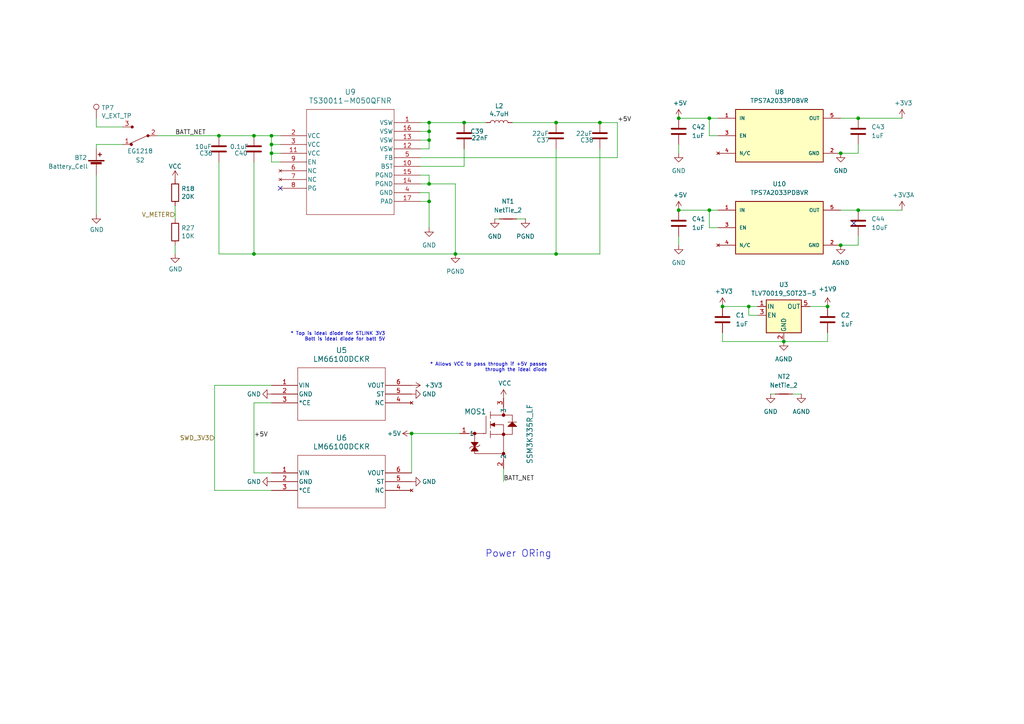
<source format=kicad_sch>
(kicad_sch (version 20250114) (generator "eeschema") (generator_version "9.0")
  (paper "A4")
  (lib_symbols
    (symbol "Connector:TestPoint" (pin_numbers (hide yes)) (pin_names (offset 0.762) (hide yes))
      (property "Reference" "TP" (at 0 6.858 0))
      (property "Value" "TestPoint" (at 0 5.08 0))
      (symbol "TestPoint_0_1"
        (circle (center 0 3.302) (radius 0.762))
      )
      (symbol "TestPoint_1_1"
        (pin passive line (at 0 0 90) (length 2.54) (name "1") (number "1"))
      )
    )
    (symbol "DCK6_TEX:LM66100DCKR" (pin_names (offset 0.254))
      (property "Reference" "U" (at 20.32 10.16 0))
      (property "Value" "LM66100DCKR" (at 20.32 7.62 0))
      (symbol "LM66100DCKR_0_1"
        (polyline (pts (xy 7.62 5.08) (xy 7.62 -10.16)) (stroke (width 0.127)))
        (polyline (pts (xy 7.62 -10.16) (xy 33.02 -10.16)) (stroke (width 0.127)))
        (polyline (pts (xy 33.02 5.08) (xy 7.62 5.08)) (stroke (width 0.127)))
        (polyline (pts (xy 33.02 -10.16) (xy 33.02 5.08)) (stroke (width 0.127)))
        (pin input line (at 0 0 0) (length 7.62) (name "VIN") (number "1"))
        (pin power_in line (at 0 -2.54 0) (length 7.62) (name "GND") (number "2"))
        (pin input line (at 0 -5.08 0) (length 7.62) (name "*CE") (number "3"))
        (pin output line (at 40.64 0 180) (length 7.62) (name "VOUT") (number "6"))
        (pin output line (at 40.64 -2.54 180) (length 7.62) (name "ST") (number "5"))
        (pin no_connect line (at 40.64 -5.08 180) (length 7.62) (name "NC") (number "4"))
      )
    )
    (symbol "Device:C" (pin_numbers (hide yes)) (pin_names (offset 0.254))
      (property "Reference" "C" (at 0.635 2.54 0))
      (property "Value" "C" (at 0.635 -2.54 0))
      (symbol "C_0_1"
        (polyline (pts (xy -2.032 0.762) (xy 2.032 0.762)) (stroke (width 0.508)))
        (polyline (pts (xy -2.032 -0.762) (xy 2.032 -0.762)) (stroke (width 0.508)))
      )
      (symbol "C_1_1"
        (pin passive line (at 0 3.81 270) (length 2.794) (name "~") (number "1"))
        (pin passive line (at 0 -3.81 90) (length 2.794) (name "~") (number "2"))
      )
    )
    (symbol "Device:L" (pin_numbers (hide yes)) (pin_names (offset 1.016) (hide yes))
      (property "Reference" "L" (at -1.27 0 90))
      (property "Value" "L" (at 1.905 0 90))
      (symbol "L_0_1"
        (arc (start 0 2.54) (mid 0.6323 1.905) (end 0 1.27))
        (arc (start 0 1.27) (mid 0.6323 0.635) (end 0 0))
        (arc (start 0 0) (mid 0.6323 -0.635) (end 0 -1.27))
        (arc (start 0 -1.27) (mid 0.6323 -1.905) (end 0 -2.54))
      )
      (symbol "L_1_1"
        (pin passive line (at 0 3.81 270) (length 1.27) (name "1") (number "1"))
        (pin passive line (at 0 -3.81 90) (length 1.27) (name "2") (number "2"))
      )
    )
    (symbol "Device:NetTie_2" (pin_numbers (hide yes)) (pin_names (offset 0) (hide yes)) (in_bom no)
      (property "Reference" "NT" (at 0 1.27 0))
      (property "Value" "NetTie_2" (at 0 -1.27 0))
      (symbol "NetTie_2_0_1"
        (polyline (pts (xy -1.27 0) (xy 1.27 0)) (stroke (width 0.254)))
      )
      (symbol "NetTie_2_1_1"
        (pin passive line (at -2.54 0 0) (length 2.54) (name "1") (number "1"))
        (pin passive line (at 2.54 0 180) (length 2.54) (name "2") (number "2"))
      )
    )
    (symbol "Device:R" (pin_numbers (hide yes)) (pin_names (offset 0))
      (property "Reference" "R" (at 2.032 0 90))
      (property "Value" "R" (at 0 0 90))
      (symbol "R_0_1"
        (rectangle (start -1.016 -2.54) (end 1.016 2.54) (stroke (width 0.254)))
      )
      (symbol "R_1_1"
        (pin passive line (at 0 3.81 270) (length 1.27) (name "~") (number "1"))
        (pin passive line (at 0 -3.81 90) (length 1.27) (name "~") (number "2"))
      )
    )
    (symbol "GND_1" (power) (pin_numbers (hide yes)) (pin_names (offset 0) (hide yes))
      (property "Value" "GND" (at 0 -3.81 0))
      (symbol "GND_1_0_1"
        (polyline (pts (xy 0 0) (xy 0 -1.27) (xy 1.27 -1.27) (xy 0 -2.54) (xy -1.27 -1.27) (xy 0 -1.27)))
      )
      (symbol "GND_1_1_1"
        (pin power_in line (at 0 0 270) (length 0) (name "~") (number "1"))
      )
    )
    (symbol "Regulator_Linear:TLV70019_SOT23-5" (pin_names (offset 0.254))
      (property "Reference" "U" (at -3.81 5.715 0))
      (property "Value" "TLV70019_SOT23-5" (at 0 5.715 0))
      (symbol "TLV70019_SOT23-5_0_1"
        (rectangle (start -5.08 4.445) (end 5.08 -5.08) (stroke (width 0.254)) (fill (type background)))
      )
      (symbol "TLV70019_SOT23-5_1_1"
        (pin power_in line (at -7.62 2.54 0) (length 2.54) (name "IN") (number "1"))
        (pin input line (at -7.62 0 0) (length 2.54) (name "EN") (number "3"))
        (pin power_in line (at 0 -7.62 90) (length 2.54) (name "GND") (number "2"))
        (pin no_connect line (at 5.08 0 180) (length 2.54) (hide yes) (name "NC") (number "4"))
        (pin power_out line (at 7.62 2.54 180) (length 2.54) (name "OUT") (number "5"))
      )
    )
    (symbol "SSM3K3335R:SSM3K335R_LF" (pin_names (offset 0.254))
      (property "Reference" "MOSFET" (at 0 0 0))
      (property "Value" "SSM3K335R_LF" (at 0 0 0))
      (symbol "SSM3K335R_LF_0_1"
        (polyline (pts (xy 0 -7.62) (xy 4.572 -7.62)) (stroke (width 0.1524)))
        (polyline (pts (xy 0.762 -10.16) (xy 1.778 -11.43)) (stroke (width 0.1524)))
        (polyline (pts (xy 0.762 -10.16) (xy 1.778 -11.43) (xy 0.762 -12.7) (xy 2.794 -12.7) (xy 1.778 -11.43) (xy 2.794 -10.16)) (fill (type outline)))
        (polyline (pts (xy 0.762 -11.43) (xy 0.254 -11.938)) (stroke (width 0.1524)))
        (polyline (pts (xy 0.762 -11.43) (xy 2.794 -11.43)) (stroke (width 0.1524)))
        (polyline (pts (xy 0.762 -12.7) (xy 2.794 -12.7)) (stroke (width 0.1524)))
        (polyline (pts (xy 1.778 -7.62) (xy 1.778 -10.16)) (stroke (width 0.1524)))
        (circle (center 1.778 -7.62) (radius 0.254) (stroke (width 0.508)))
        (polyline (pts (xy 1.778 -11.43) (xy 0.762 -12.7)) (stroke (width 0.1524)))
        (polyline (pts (xy 1.778 -11.43) (xy 2.794 -10.16)) (stroke (width 0.1524)))
        (polyline (pts (xy 1.778 -12.7) (xy 1.778 -13.462)) (stroke (width 0.1524)))
        (polyline (pts (xy 1.778 -13.462) (xy 10.16 -13.462)) (stroke (width 0.1524)))
        (polyline (pts (xy 2.794 -10.16) (xy 0.762 -10.16)) (stroke (width 0.1524)))
        (polyline (pts (xy 2.794 -11.43) (xy 3.302 -10.922)) (stroke (width 0.1524)))
        (polyline (pts (xy 2.794 -12.7) (xy 1.778 -11.43)) (stroke (width 0.1524)))
        (polyline (pts (xy 5.08 -7.62) (xy 4.318 -7.62)) (stroke (width 0.1524)))
        (polyline (pts (xy 5.08 -7.62) (xy 5.08 -2.54)) (stroke (width 0.1524)))
        (polyline (pts (xy 6.35 -3.302) (xy 6.35 -1.27)) (stroke (width 0.1524)))
        (polyline (pts (xy 6.35 -5.08) (xy 7.62 -4.572)) (stroke (width 0.1524)))
        (polyline (pts (xy 6.35 -6.096) (xy 6.35 -4.064)) (stroke (width 0.1524)))
        (polyline (pts (xy 6.35 -7.874) (xy 12.7 -7.874)) (stroke (width 0.1524)))
        (polyline (pts (xy 6.35 -8.89) (xy 6.35 -6.858)) (stroke (width 0.1524)))
        (polyline (pts (xy 7.62 -4.572) (xy 7.62 -5.588)) (stroke (width 0.1524)))
        (polyline (pts (xy 7.62 -4.572) (xy 6.35 -5.08) (xy 7.62 -5.588)) (fill (type outline)))
        (polyline (pts (xy 7.62 -5.08) (xy 10.16 -5.08)) (stroke (width 0.1524)))
        (polyline (pts (xy 7.62 -5.588) (xy 6.35 -5.08)) (stroke (width 0.1524)))
        (polyline (pts (xy 10.16 0) (xy 10.16 -2.286)) (stroke (width 0.1524)))
        (circle (center 10.16 -2.286) (radius 0.254) (stroke (width 0.508)))
        (polyline (pts (xy 10.16 -5.08) (xy 10.16 -15.24)) (stroke (width 0.1524)))
        (circle (center 10.16 -7.874) (radius 0.254) (stroke (width 0.508)))
        (circle (center 10.16 -13.462) (radius 0.254) (stroke (width 0.508)))
        (polyline (pts (xy 11.43 -4.318) (xy 13.97 -4.318)) (stroke (width 0.1524)))
        (polyline (pts (xy 11.43 -5.588) (xy 13.97 -5.588)) (stroke (width 0.1524)))
        (polyline (pts (xy 12.7 -2.286) (xy 6.35 -2.286)) (stroke (width 0.1524)))
        (polyline (pts (xy 12.7 -4.318) (xy 11.43 -5.588)) (stroke (width 0.1524)))
        (polyline (pts (xy 12.7 -4.318) (xy 12.7 -2.286)) (stroke (width 0.1524)))
        (polyline (pts (xy 12.7 -4.318) (xy 11.43 -5.588) (xy 13.97 -5.588)) (fill (type outline)))
        (polyline (pts (xy 12.7 -7.874) (xy 12.7 -5.588)) (stroke (width 0.1524)))
        (polyline (pts (xy 13.97 -5.588) (xy 12.7 -4.318)) (stroke (width 0.1524)))
        (pin unspecified line (at -2.54 -7.62 0) (length 2.54) (name "1") (number "1"))
        (pin unspecified line (at 10.16 2.54 270) (length 2.54) (name "3") (number "3"))
        (pin unspecified line (at 10.16 -17.78 90) (length 2.54) (name "2") (number "2"))
      )
    )
    (symbol "TPS7A2033PDBVR:TPS7A2033PDBVR" (pin_names (offset 1.016))
      (property "Reference" "U" (at -12.7 8.382 0))
      (property "Value" "TPS7A2033PDBVR" (at -12.7 -10.16 0))
      (symbol "TPS7A2033PDBVR_0_0"
        (rectangle (start -12.7 -7.62) (end 12.7 7.62) (stroke (width 0.254)) (fill (type background)))
        (pin input line (at -17.78 5.08 0) (length 5.08) (name "IN") (number "1"))
        (pin input line (at -17.78 0 0) (length 5.08) (name "EN") (number "3"))
        (pin no_connect line (at -17.78 -5.08 0) (length 5.08) (name "N/C") (number "4"))
        (pin output line (at 17.78 5.08 180) (length 5.08) (name "OUT") (number "5"))
        (pin power_in line (at 17.78 -5.08 180) (length 5.08) (name "GND") (number "2"))
      )
    )
    (symbol "TS30011-M050QFNR:TS30011-M050QFNR" (pin_names (offset 0.254))
      (property "Reference" "U" (at 20.32 10.16 0))
      (property "Value" "TS30011-M050QFNR" (at 20.32 7.62 0))
      (symbol "TS30011-M050QFNR_0_1"
        (polyline (pts (xy 7.62 5.08) (xy 7.62 -25.4)) (stroke (width 0.127)))
        (polyline (pts (xy 7.62 -25.4) (xy 33.02 -25.4)) (stroke (width 0.127)))
        (polyline (pts (xy 33.02 5.08) (xy 7.62 5.08)) (stroke (width 0.127)))
        (polyline (pts (xy 33.02 -25.4) (xy 33.02 5.08)) (stroke (width 0.127)))
        (pin power_in line (at 0 -2.54 0) (length 7.62) (name "VCC") (number "2"))
        (pin power_in line (at 0 -5.08 0) (length 7.62) (name "VCC") (number "3"))
        (pin power_in line (at 0 -7.62 0) (length 7.62) (name "VCC") (number "11"))
        (pin input line (at 0 -10.16 0) (length 7.62) (name "EN") (number "9"))
        (pin no_connect line (at 0 -12.7 0) (length 7.62) (name "NC") (number "6"))
        (pin no_connect line (at 0 -15.24 0) (length 7.62) (name "NC") (number "7"))
        (pin output line (at 0 -17.78 0) (length 7.62) (name "PG") (number "8"))
        (pin unspecified line (at 40.64 -1.27 180) (length 7.62) (name "VSW") (number "16"))
        (pin unspecified line (at 40.64 -3.81 180) (length 7.62) (name "VSW") (number "13"))
        (pin unspecified line (at 40.64 -6.35 180) (length 7.62) (name "VSW") (number "12"))
        (pin input line (at 40.64 -8.89 180) (length 7.62) (name "FB") (number "5"))
        (pin power_out line (at 40.64 -13.97 180) (length 7.62) (name "PGND") (number "15"))
        (pin power_out line (at 40.64 -16.51 180) (length 7.62) (name "PGND") (number "14"))
        (pin power_out line (at 40.64 -19.05 180) (length 7.62) (name "GND") (number "4"))
        (pin power_out line (at 40.64 -21.59 180) (length 7.62) (name "PAD") (number "17"))
      )
      (symbol "TS30011-M050QFNR_1_1"
        (pin unspecified line (at 40.64 1.27 180) (length 7.62) (name "VSW") (number "1"))
        (pin unspecified line (at 40.64 -11.43 180) (length 7.62) (name "BST") (number "10"))
      )
    )
    (symbol "bloo-rescue:Battery_Cell-Device-mouse_v2-rescue" (pin_numbers (hide yes)) (pin_names (offset 0) (hide yes))
      (property "Reference" "BT" (at 2.54 2.54 0))
      (property "Value" "Battery_Cell-Device-mouse_v2-rescue" (at 2.54 0 0))
      (symbol "Battery_Cell-Device-mouse_v2-rescue_0_1"
        (rectangle (start -2.286 1.778) (end 2.286 1.524) (fill (type outline)))
        (rectangle (start -1.5748 1.1938) (end 1.4732 0.6858) (fill (type outline)))
        (polyline (pts (xy 0 1.778) (xy 0 2.54)))
        (polyline (pts (xy 0 0.762) (xy 0 0)))
        (polyline (pts (xy 0.508 3.429) (xy 1.524 3.429)) (stroke (width 0.254)))
        (polyline (pts (xy 1.016 3.937) (xy 1.016 2.921)) (stroke (width 0.254)))
      )
      (symbol "Battery_Cell-Device-mouse_v2-rescue_1_1"
        (pin passive line (at 0 5.08 270) (length 2.54) (name "+") (number "1"))
        (pin passive line (at 0 -2.54 90) (length 2.54) (name "-") (number "2"))
      )
    )
    (symbol "bloo-rescue:EG1218-dk_Slide-Switches-mouse-rescue" (pin_names (offset 0))
      (property "Reference" "S" (at -3.81 2.286 0))
      (property "Value" "EG1218-dk_Slide-Switches-mouse-rescue" (at 0 -5.334 0))
      (symbol "EG1218-dk_Slide-Switches-mouse-rescue_0_1"
        (circle (center -2.286 0) (radius 0.3556) (fill (type outline)))
        (polyline (pts (xy -2.032 0) (xy 3.048 2.286)))
        (circle (center 2.286 -2.54) (radius 0.3556) (fill (type outline)))
        (circle (center 2.54 2.54) (radius 0.3556) (fill (type outline)))
      )
      (symbol "EG1218-dk_Slide-Switches-mouse-rescue_1_1"
        (pin passive line (at -5.08 0 0) (length 2.54) (name "~") (number "2"))
        (pin passive line (at 5.08 2.54 180) (length 2.54) (name "~") (number "1"))
        (pin passive line (at 5.08 -2.54 180) (length 2.54) (name "~") (number "3"))
      )
    )
    (symbol "power:+1V8" (power) (pin_numbers (hide yes)) (pin_names (offset 0) (hide yes))
      (property "Value" "+1V8" (at 0 3.556 0))
      (symbol "+1V8_0_1"
        (polyline (pts (xy -0.762 1.27) (xy 0 2.54)))
        (polyline (pts (xy 0 2.54) (xy 0.762 1.27)))
        (polyline (pts (xy 0 0) (xy 0 2.54)))
      )
      (symbol "+1V8_1_1"
        (pin power_in line (at 0 0 90) (length 0) (name "~") (number "1"))
      )
    )
    (symbol "power:+3V3" (power) (pin_names (offset 0))
      (property "Value" "+3V3" (at 0 3.556 0))
      (symbol "+3V3_0_1"
        (polyline (pts (xy -0.762 1.27) (xy 0 2.54)))
        (polyline (pts (xy 0 2.54) (xy 0.762 1.27)))
        (polyline (pts (xy 0 0) (xy 0 2.54)))
      )
      (symbol "+3V3_1_1"
        (pin power_in line (at 0 0 90) (length 0) (hide yes) (name "+3V3") (number "1"))
      )
    )
    (symbol "power:+5V" (power) (pin_names (offset 0))
      (property "Value" "+5V" (at 0 3.556 0))
      (symbol "+5V_0_1"
        (polyline (pts (xy -0.762 1.27) (xy 0 2.54)))
        (polyline (pts (xy 0 2.54) (xy 0.762 1.27)))
        (polyline (pts (xy 0 0) (xy 0 2.54)))
      )
      (symbol "+5V_1_1"
        (pin power_in line (at 0 0 90) (length 0) (hide yes) (name "+5V") (number "1"))
      )
    )
    (symbol "power:GND" (power) (pin_names (offset 0))
      (property "Value" "GND" (at 0 -3.81 0))
      (symbol "GND_0_1"
        (polyline (pts (xy 0 0) (xy 0 -1.27) (xy 1.27 -1.27) (xy 0 -2.54) (xy -1.27 -1.27) (xy 0 -1.27)))
      )
      (symbol "GND_1_1"
        (pin power_in line (at 0 0 270) (length 0) (hide yes) (name "GND") (number "1"))
      )
    )
    (symbol "power:GND1" (power) (pin_numbers (hide yes)) (pin_names (offset 0) (hide yes))
      (property "Value" "GND1" (at 0 -3.81 0))
      (symbol "GND1_0_1"
        (polyline (pts (xy 0 0) (xy 0 -1.27) (xy 1.27 -1.27) (xy 0 -2.54) (xy -1.27 -1.27) (xy 0 -1.27)))
      )
      (symbol "GND1_1_1"
        (pin power_in line (at 0 0 270) (length 0) (name "~") (number "1"))
      )
    )
    (symbol "power:VCC" (power) (pin_names (offset 0))
      (property "Value" "VCC" (at 0 3.81 0))
      (symbol "VCC_0_1"
        (polyline (pts (xy -0.762 1.27) (xy 0 2.54)))
        (polyline (pts (xy 0 2.54) (xy 0.762 1.27)))
        (polyline (pts (xy 0 0) (xy 0 2.54)))
      )
      (symbol "VCC_1_1"
        (pin power_in line (at 0 0 90) (length 0) (hide yes) (name "VCC") (number "1"))
      )
    )
  )
  (text "Power ORing\n\n" (at 160.02 165.1 0) (effects (font (size 2.0066 2.0066)) (justify right bottom)))
  (text "* Top is ideal diode for STLINK 3V3\nBott is ideal diode for batt 5V" (at 111.76 99.06 0) (effects (font (size 0.9906 0.9906)) (justify right bottom)))
  (text "* Allows VCC to pass through if +5V passes\nthrough the ideal diode" (at 158.75 107.95 0) (effects (font (size 0.9906 0.9906)) (justify right bottom)))
  (junction (at 196.85 34.29))
  (junction (at 196.85 60.96))
  (junction (at 124.46 35.56))
  (junction (at 124.46 38.1))
  (junction (at 119.38 125.73))
  (junction (at 161.29 35.56))
  (junction (at 124.46 58.42))
  (junction (at 134.62 35.56))
  (junction (at 240.03 88.9))
  (junction (at 217.17 88.9))
  (junction (at 63.5 39.37))
  (junction (at 124.46 53.34))
  (junction (at 248.92 60.96))
  (junction (at 161.29 73.66))
  (junction (at 227.33 99.06))
  (junction (at 78.74 44.45))
  (junction (at 73.66 39.37))
  (junction (at 124.46 40.64))
  (junction (at 205.74 60.96))
  (junction (at 209.55 88.9))
  (junction (at 78.74 41.91))
  (junction (at 132.08 73.66))
  (junction (at 173.99 35.56))
  (junction (at 248.92 34.29))
  (junction (at 73.66 73.66))
  (junction (at 205.74 34.29))
  (junction (at 78.74 39.37))
  (junction (at 243.84 44.45))
  (junction (at 243.84 71.12))
  (no_connect (at 247.65 64.77))
  (no_connect (at 81.28 54.61))
  (wire (pts (xy 232.41 114.3) (xy 229.87 114.3)))
  (wire (pts (xy 73.66 39.37) (xy 78.74 39.37)))
  (wire (pts (xy 240.03 99.06) (xy 227.33 99.06)))
  (wire (pts (xy 35.56 41.91) (xy 27.94 41.91)))
  (wire (pts (xy 121.92 50.8) (xy 124.46 50.8)))
  (wire (pts (xy 63.5 73.66) (xy 73.66 73.66)))
  (wire (pts (xy 81.28 41.91) (xy 78.74 41.91)))
  (wire (pts (xy 208.28 39.37) (xy 205.74 39.37)))
  (wire (pts (xy 208.28 66.04) (xy 205.74 66.04)))
  (wire (pts (xy 143.51 63.5) (xy 144.78 63.5)))
  (wire (pts (xy 121.92 53.34) (xy 124.46 53.34)))
  (wire (pts (xy 27.94 36.83) (xy 27.94 34.29)))
  (wire (pts (xy 173.99 73.66) (xy 161.29 73.66)))
  (wire (pts (xy 119.38 125.73) (xy 133.35 125.73)))
  (wire (pts (xy 121.92 40.64) (xy 124.46 40.64)))
  (wire (pts (xy 121.92 38.1) (xy 124.46 38.1)))
  (wire (pts (xy 205.74 60.96) (xy 208.28 60.96)))
  (wire (pts (xy 50.8 59.69) (xy 50.8 63.5)))
  (wire (pts (xy 196.85 41.91) (xy 196.85 44.45)))
  (wire (pts (xy 146.05 139.7) (xy 146.05 135.89)))
  (wire (pts (xy 50.8 71.12) (xy 50.8 73.66)))
  (wire (pts (xy 134.62 43.18) (xy 134.62 48.26)))
  (wire (pts (xy 81.28 44.45) (xy 78.74 44.45)))
  (wire (pts (xy 45.72 39.37) (xy 63.5 39.37)))
  (wire (pts (xy 62.23 111.76) (xy 62.23 142.24)))
  (wire (pts (xy 248.92 68.58) (xy 248.92 71.12)))
  (wire (pts (xy 196.85 34.29) (xy 205.74 34.29)))
  (wire (pts (xy 217.17 88.9) (xy 219.71 88.9)))
  (wire (pts (xy 223.52 114.3) (xy 224.79 114.3)))
  (wire (pts (xy 161.29 73.66) (xy 132.08 73.66)))
  (wire (pts (xy 179.07 45.72) (xy 179.07 35.56)))
  (wire (pts (xy 124.46 55.88) (xy 124.46 58.42)))
  (wire (pts (xy 73.66 46.99) (xy 73.66 73.66)))
  (wire (pts (xy 124.46 58.42) (xy 124.46 66.04)))
  (wire (pts (xy 124.46 38.1) (xy 124.46 35.56)))
  (wire (pts (xy 240.03 88.9) (xy 234.95 88.9)))
  (wire (pts (xy 161.29 43.18) (xy 161.29 73.66)))
  (wire (pts (xy 121.92 45.72) (xy 179.07 45.72)))
  (wire (pts (xy 248.92 34.29) (xy 261.62 34.29)))
  (wire (pts (xy 73.66 116.84) (xy 73.66 137.16)))
  (wire (pts (xy 196.85 71.12) (xy 196.85 68.58)))
  (wire (pts (xy 121.92 58.42) (xy 124.46 58.42)))
  (wire (pts (xy 205.74 39.37) (xy 205.74 34.29)))
  (wire (pts (xy 63.5 39.37) (xy 73.66 39.37)))
  (wire (pts (xy 78.74 41.91) (xy 78.74 44.45)))
  (wire (pts (xy 78.74 39.37) (xy 81.28 39.37)))
  (wire (pts (xy 35.56 36.83) (xy 27.94 36.83)))
  (wire (pts (xy 124.46 50.8) (xy 124.46 53.34)))
  (wire (pts (xy 205.74 66.04) (xy 205.74 60.96)))
  (wire (pts (xy 209.55 88.9) (xy 217.17 88.9)))
  (wire (pts (xy 62.23 142.24) (xy 78.74 142.24)))
  (wire (pts (xy 121.92 43.18) (xy 124.46 43.18)))
  (wire (pts (xy 196.85 60.96) (xy 205.74 60.96)))
  (wire (pts (xy 209.55 99.06) (xy 227.33 99.06)))
  (wire (pts (xy 27.94 50.8) (xy 27.94 62.23)))
  (wire (pts (xy 124.46 43.18) (xy 124.46 40.64)))
  (wire (pts (xy 134.62 48.26) (xy 121.92 48.26)))
  (wire (pts (xy 27.94 41.91) (xy 27.94 43.18)))
  (wire (pts (xy 124.46 40.64) (xy 124.46 38.1)))
  (wire (pts (xy 243.84 60.96) (xy 248.92 60.96)))
  (wire (pts (xy 73.66 137.16) (xy 78.74 137.16)))
  (wire (pts (xy 173.99 35.56) (xy 179.07 35.56)))
  (wire (pts (xy 124.46 35.56) (xy 134.62 35.56)))
  (wire (pts (xy 248.92 71.12) (xy 243.84 71.12)))
  (wire (pts (xy 134.62 35.56) (xy 140.97 35.56)))
  (wire (pts (xy 152.4 63.5) (xy 149.86 63.5)))
  (wire (pts (xy 248.92 60.96) (xy 261.62 60.96)))
  (wire (pts (xy 121.92 35.56) (xy 124.46 35.56)))
  (wire (pts (xy 119.38 125.73) (xy 119.38 137.16)))
  (wire (pts (xy 248.92 41.91) (xy 248.92 44.45)))
  (wire (pts (xy 62.23 111.76) (xy 78.74 111.76)))
  (wire (pts (xy 243.84 34.29) (xy 248.92 34.29)))
  (wire (pts (xy 132.08 53.34) (xy 132.08 73.66)))
  (wire (pts (xy 148.59 35.56) (xy 161.29 35.56)))
  (wire (pts (xy 209.55 99.06) (xy 209.55 96.52)))
  (wire (pts (xy 73.66 116.84) (xy 78.74 116.84)))
  (wire (pts (xy 217.17 91.44) (xy 217.17 88.9)))
  (wire (pts (xy 121.92 55.88) (xy 124.46 55.88)))
  (wire (pts (xy 173.99 43.18) (xy 173.99 73.66)))
  (wire (pts (xy 248.92 44.45) (xy 243.84 44.45)))
  (wire (pts (xy 81.28 46.99) (xy 78.74 46.99)))
  (wire (pts (xy 219.71 91.44) (xy 217.17 91.44)))
  (wire (pts (xy 240.03 96.52) (xy 240.03 99.06)))
  (wire (pts (xy 205.74 34.29) (xy 208.28 34.29)))
  (wire (pts (xy 63.5 46.99) (xy 63.5 73.66)))
  (wire (pts (xy 73.66 73.66) (xy 132.08 73.66)))
  (wire (pts (xy 124.46 53.34) (xy 132.08 53.34)))
  (wire (pts (xy 78.74 44.45) (xy 78.74 46.99)))
  (wire (pts (xy 78.74 41.91) (xy 78.74 39.37)))
  (wire (pts (xy 161.29 35.56) (xy 173.99 35.56)))
  (label "BATT_NET" (at 146.05 139.7 0))
  (label "BATT_NET" (at 50.8 39.37 0))
  (label "+5V" (at 179.07 35.56 0))
  (label "+5V" (at 73.66 127 0))
  (hierarchical_label "V_METER" (shape input) (at 50.8 62.23 180))
  (hierarchical_label "SWD_3V3" (shape input) (at 62.23 127 180))
  (symbol (lib_id "Connector:TestPoint") (at 27.94 34.29 0) (unit 1)
    (property "Reference" "TP7" (at 29.4132 31.2928 0) (effects (justify left)))
    (property "Value" "V_EXT_TP" (at 29.4132 33.6042 0) (effects (justify left)))
    (property "Footprint" "Connector_PinHeader_2.54mm:PinHeader_1x01_P2.54mm_Vertical" (effects (hide yes)))
  )
  (symbol (lib_name "GND_1") (lib_id "power:GND") (at 196.85 71.12 0) (unit 1)
    (property "Reference" "#PWR044" (effects (hide yes)))
    (property "Value" "GND" (at 196.85 76.2 0))
    (property "Description" "Power symbol creates a global label with name \"GND\" , ground" (effects (hide yes)))
  )
  (symbol (lib_name "GND_1") (lib_id "power:GND") (at 243.84 44.45 0) (unit 1)
    (property "Reference" "#PWR040" (effects (hide yes)))
    (property "Value" "GND" (at 243.84 49.53 0))
    (property "Description" "Power symbol creates a global label with name \"GND\" , ground" (effects (hide yes)))
  )
  (symbol (lib_id "Device:C") (at 196.85 38.1 0) (unit 1)
    (property "Reference" "C42" (at 200.66 36.8299 0) (effects (justify left)))
    (property "Value" "1uF" (at 200.66 39.3699 0) (effects (justify left)))
    (property "Footprint" "Capacitor_SMD:C_0603_1608Metric_Pad1.08x0.95mm_HandSolder" (effects (hide yes)))
    (property "Datasheet" "https://www.digikey.com/en/products/detail/samsung-electro-mechanics/CL10B105KP8NNNC/3887604" (effects (hide yes)))
    (property "Description" "Unpolarized capacitor" (effects (hide yes)))
  )
  (symbol (lib_id "power:GND") (at 119.38 139.7 90) (unit 1)
    (property "Reference" "#PWR014" (effects (hide yes)))
    (property "Value" "GND" (at 124.46 139.7 90))
  )
  (symbol (lib_id "Device:NetTie_2") (at 147.32 63.5 0) (unit 1) (in_bom no)
    (property "Reference" "NT1" (at 147.32 58.42 0))
    (property "Value" "NetTie_2" (at 147.32 60.96 0))
    (property "Footprint" "NetTie:NetTie-2_SMD_Pad0.5mm" (effects (hide yes)))
    (property "Description" "Net tie, 2 pins" (effects (hide yes)))
  )
  (symbol (lib_id "Device:NetTie_2") (at 227.33 114.3 0) (unit 1) (in_bom no)
    (property "Reference" "NT2" (at 227.33 109.22 0))
    (property "Value" "NetTie_2" (at 227.33 111.76 0))
    (property "Footprint" "NetTie:NetTie-2_SMD_Pad0.5mm" (effects (hide yes)))
    (property "Description" "Net tie, 2 pins" (effects (hide yes)))
  )
  (symbol (lib_id "power:VCC") (at 50.8 52.07 0) (unit 1)
    (property "Reference" "#PWR034" (effects (hide yes)))
    (property "Value" "VCC" (at 50.8 48.26 0))
  )
  (symbol (lib_id "Device:C") (at 248.92 64.77 0) (unit 1)
    (property "Reference" "C44" (at 252.73 63.4999 0) (effects (justify left)))
    (property "Value" "10uF" (at 252.73 66.0399 0) (effects (justify left)))
    (property "Footprint" "Capacitor_SMD:C_0603_1608Metric_Pad1.08x0.95mm_HandSolder" (effects (hide yes)))
    (property "Datasheet" "https://www.digikey.com/en/products/detail/samsung-electro-mechanics/CL10A106KP8NNNC/3886850" (effects (hide yes)))
    (property "Description" "Unpolarized capacitor" (effects (hide yes)))
  )
  (symbol (lib_id "power:GND") (at 50.8 73.66 0) (unit 1)
    (property "Reference" "#PWR035" (effects (hide yes)))
    (property "Value" "GND" (at 50.927 78.0542 0))
  )
  (symbol (lib_name "GND_1") (lib_id "power:GND") (at 232.41 114.3 0) (unit 1)
    (property "Reference" "#PWR047" (effects (hide yes)))
    (property "Value" "AGND" (at 232.41 119.38 0))
    (property "Description" "Power symbol creates a global label with name \"GND\" , ground" (effects (hide yes)))
  )
  (symbol (lib_id "Device:L") (at 144.78 35.56 90) (unit 1)
    (property "Reference" "L2" (at 144.78 30.734 90))
    (property "Value" "4.7uH" (at 144.78 33.0454 90))
    (property "Footprint" "Inductor_SMD:L_1210_3225Metric_Pad1.42x2.65mm_HandSolder" (effects (hide yes)))
    (property "Datasheet" "https://www.digikey.com/en/products/detail/murata-electronics/DFE322520FD-4R7M-P2/10135198" (effects (hide yes)))
  )
  (symbol (lib_id "power:+3V3") (at 209.55 88.9 0) (unit 1)
    (property "Reference" "#PWR024" (effects (hide yes)))
    (property "Value" "+3V3" (at 209.931 84.5058 0))
  )
  (symbol (lib_id "power:+1V8") (at 240.03 88.9 0) (unit 1)
    (property "Reference" "#PWR023" (effects (hide yes)))
    (property "Value" "+1V9" (at 240.03 83.82 0))
    (property "Description" "Power symbol creates a global label with name \"+1V8\"" (effects (hide yes)))
  )
  (symbol (lib_id "power:+5V") (at 196.85 60.96 0) (unit 1)
    (property "Reference" "#PWR042" (effects (hide yes)))
    (property "Value" "+5V" (at 197.231 56.5658 0))
  )
  (symbol (lib_id "Device:C") (at 134.62 39.37 180) (unit 1)
    (property "Reference" "C39" (at 140.335 38.1 0) (effects (justify left)))
    (property "Value" "22nF" (at 141.605 40.005 0) (effects (justify left)))
    (property "Footprint" "Capacitor_SMD:C_1206_3216Metric_Pad1.33x1.80mm_HandSolder" (effects (hide yes)))
    (property "Datasheet" "https://www.digikey.com/en/products/detail/w%C3%BCrth-elektronik/885012208027/5453949" (effects (hide yes)))
  )
  (symbol (lib_id "Device:C") (at 173.99 39.37 0) (unit 1)
    (property "Reference" "C38" (at 168.275 40.64 0) (effects (justify left)))
    (property "Value" "22uF" (at 167.005 38.735 0) (effects (justify left)))
    (property "Footprint" "Capacitor_SMD:C_0805_2012Metric_Pad1.18x1.45mm_HandSolder" (effects (hide yes)))
    (property "Datasheet" "https://www.digikey.com/en/products/detail/tdk-corporation/C2012X5R1A226K125AB/2733099?s=N4IgTCBcDaIMJgAwEYwA0CsAlZBBMYAbANKoa4BCIAugL5A" (effects (hide yes)))
  )
  (symbol (lib_name "GND_1") (lib_id "power:GND") (at 143.51 63.5 0) (unit 1)
    (property "Reference" "#PWR039" (effects (hide yes)))
    (property "Value" "GND" (at 143.51 68.58 0))
    (property "Description" "Power symbol creates a global label with name \"GND\" , ground" (effects (hide yes)))
  )
  (symbol (lib_id "Device:C") (at 248.92 38.1 0) (unit 1)
    (property "Reference" "C43" (at 252.73 36.8299 0) (effects (justify left)))
    (property "Value" "1uF" (at 252.73 39.3699 0) (effects (justify left)))
    (property "Footprint" "Capacitor_SMD:C_0603_1608Metric_Pad1.08x0.95mm_HandSolder" (effects (hide yes)))
    (property "Datasheet" "https://www.digikey.com/en/products/detail/samsung-electro-mechanics/CL10B105KP8NNNC/3887604" (effects (hide yes)))
    (property "Description" "Unpolarized capacitor" (effects (hide yes)))
  )
  (symbol (lib_id "Device:C") (at 73.66 43.18 0) (unit 1)
    (property "Reference" "C40" (at 67.945 44.45 0) (effects (justify left)))
    (property "Value" "0.1uF" (at 66.675 42.545 0) (effects (justify left)))
    (property "Footprint" "Capacitor_SMD:C_0805_2012Metric_Pad1.18x1.45mm_HandSolder" (effects (hide yes)))
    (property "Datasheet" "https://www.digikey.com/en/products/detail/samsung-electro-mechanics/CL21B104KBCNNNC/3886661" (effects (hide yes)))
  )
  (symbol (lib_id "power:GND1") (at 132.08 73.66 0) (unit 1)
    (property "Reference" "#PWR037" (effects (hide yes)))
    (property "Value" "PGND" (at 132.08 78.74 0))
    (property "Description" "Power symbol creates a global label with name \"GND1\" , ground" (effects (hide yes)))
  )
  (symbol (lib_id "power:GND") (at 27.94 62.23 0) (unit 1)
    (property "Reference" "#PWR033" (effects (hide yes)))
    (property "Value" "GND" (at 28.067 66.6242 0))
  )
  (symbol (lib_id "Device:C") (at 240.03 92.71 0) (unit 1)
    (property "Reference" "C2" (at 243.84 91.4399 0) (effects (justify left)))
    (property "Value" "1uF" (at 243.84 93.9799 0) (effects (justify left)))
    (property "Footprint" "Capacitor_SMD:C_0603_1608Metric_Pad1.08x0.95mm_HandSolder" (effects (hide yes)))
    (property "Datasheet" "https://www.digikey.com/en/products/detail/samsung-electro-mechanics/CL10B105KP8NNNC/3887604" (effects (hide yes)))
    (property "Description" "Unpolarized capacitor" (effects (hide yes)))
  )
  (symbol (lib_id "Device:R") (at 50.8 67.31 0) (unit 1)
    (property "Reference" "R27" (at 52.578 66.1416 0) (effects (justify left)))
    (property "Value" "10K" (at 52.578 68.453 0) (effects (justify left)))
    (property "Footprint" "Resistor_SMD:R_1206_3216Metric_Pad1.30x1.75mm_HandSolder" (effects (hide yes)))
  )
  (symbol (lib_name "GND_1") (lib_id "power:GND") (at 243.84 71.12 0) (unit 1)
    (property "Reference" "#PWR041" (effects (hide yes)))
    (property "Value" "AGND" (at 243.84 76.2 0))
    (property "Description" "Power symbol creates a global label with name \"GND\" , ground" (effects (hide yes)))
  )
  (symbol (lib_id "power:+3V3") (at 261.62 34.29 0) (unit 1)
    (property "Reference" "#PWR08" (effects (hide yes)))
    (property "Value" "+3V3" (at 262.001 29.8958 0))
  )
  (symbol (lib_id "power:GND") (at 119.38 114.3 90) (unit 1)
    (property "Reference" "#PWR017" (effects (hide yes)))
    (property "Value" "GND" (at 124.46 114.3 90))
  )
  (symbol (lib_id "DCK6_TEX:LM66100DCKR") (at 78.74 111.76 0) (unit 1)
    (property "Reference" "U5" (at 99.06 101.6 0) (effects (font (size 1.524 1.524))))
    (property "Value" "LM66100DCKR" (at 99.06 104.14 0) (effects (font (size 1.524 1.524))))
    (property "Footprint" "custom_foot:DCK6_TEX" (effects (hide yes)))
    (property "Datasheet" "https://www.ti.com/lit/ds/symlink/lm66100.pdf" (effects (hide yes)))
  )
  (symbol (lib_id "Device:R") (at 50.8 55.88 0) (unit 1)
    (property "Reference" "R18" (at 52.578 54.7116 0) (effects (justify left)))
    (property "Value" "20K" (at 52.578 57.023 0) (effects (justify left)))
    (property "Footprint" "Resistor_SMD:R_1206_3216Metric_Pad1.30x1.75mm_HandSolder" (effects (hide yes)))
  )
  (symbol (lib_id "power:+5V") (at 196.85 34.29 0) (unit 1)
    (property "Reference" "#PWR043" (effects (hide yes)))
    (property "Value" "+5V" (at 197.231 29.8958 0))
  )
  (symbol (lib_id "Regulator_Linear:TLV70019_SOT23-5") (at 227.33 91.44 0) (unit 1)
    (property "Reference" "U3" (at 227.33 82.55 0))
    (property "Value" "TLV70019_SOT23-5" (at 227.33 85.09 0))
    (property "Footprint" "Package_TO_SOT_SMD:SOT-23-5" (effects (hide yes)))
    (property "Datasheet" "http://www.ti.com/lit/ds/symlink/tlv700.pdf" (effects (hide yes)))
    (property "Description" "200mA Low Dropout Voltage Regulator, Fixed Output 1.9V, SOT-23-5" (effects (hide yes)))
  )
  (symbol (lib_id "DCK6_TEX:LM66100DCKR") (at 78.74 137.16 0) (unit 1)
    (property "Reference" "U6" (at 99.06 127 0) (effects (font (size 1.524 1.524))))
    (property "Value" "LM66100DCKR" (at 99.06 129.54 0) (effects (font (size 1.524 1.524))))
    (property "Footprint" "custom_foot:DCK6_TEX" (effects (hide yes)))
    (property "Datasheet" "LM66100DCKR" (effects (hide yes)))
  )
  (symbol (lib_id "power:+3V3") (at 119.38 111.76 270) (unit 1)
    (property "Reference" "#PWR018" (effects (hide yes)))
    (property "Value" "+3V3" (at 125.73 111.76 90))
  )
  (symbol (lib_id "Device:C") (at 63.5 43.18 0) (unit 1)
    (property "Reference" "C36" (at 57.785 44.45 0) (effects (justify left)))
    (property "Value" "10uF" (at 56.515 42.545 0) (effects (justify left)))
    (property "Footprint" "Capacitor_SMD:C_1206_3216Metric_Pad1.33x1.80mm_HandSolder" (effects (hide yes)))
    (property "Datasheet" "https://www.digikey.com/en/products/detail/tdk-corporation/CGA5L3X5R1V106K160AB/2781313?s=N4IgTCBcDaIMIHECCBWAMgZgBooEoEYA1fABgDYBpfMkpAIQAIQBdAXyA" (effects (hide yes)))
  )
  (symbol (lib_id "TS30011-M050QFNR:TS30011-M050QFNR") (at 81.28 36.83 0) (unit 1)
    (property "Reference" "U9" (at 101.6 26.67 0) (effects (font (size 1.524 1.524))))
    (property "Value" "TS30011-M050QFNR" (at 101.6 29.21 0) (effects (font (size 1.524 1.524))))
    (property "Footprint" "TS30011-M050QFNR:QFN16_3X3_SEM" (effects (hide yes)))
    (property "Datasheet" "https://semtech.my.salesforce.com/sfc/p/#E0000000JelG/a/44000000MCHt/eMi5qBPcNWx2jvaXIhbkSJnPdLGooPnMiCA_.PbReH4" (effects (hide yes)))
  )
  (symbol (lib_id "Device:C") (at 161.29 39.37 0) (unit 1)
    (property "Reference" "C37" (at 155.575 40.64 0) (effects (justify left)))
    (property "Value" "22uF" (at 154.305 38.735 0) (effects (justify left)))
    (property "Footprint" "Capacitor_SMD:C_0805_2012Metric_Pad1.18x1.45mm_HandSolder" (effects (hide yes)))
    (property "Datasheet" "https://www.digikey.com/en/products/detail/tdk-corporation/C2012X5R1A226K125AB/2733099?s=N4IgTCBcDaIMJgAwEYwA0CsAlZBBMYAbANKoa4BCIAugL5A" (effects (hide yes)))
  )
  (symbol (lib_id "power:+5V") (at 119.38 125.73 90) (unit 1)
    (property "Reference" "#PWR013" (effects (hide yes)))
    (property "Value" "+5V" (at 114.3 125.73 90))
  )
  (symbol (lib_name "GND_1") (lib_id "power:GND") (at 227.33 99.06 0) (unit 1)
    (property "Reference" "#PWR021" (effects (hide yes)))
    (property "Value" "AGND" (at 227.33 104.14 0))
    (property "Description" "Power symbol creates a global label with name \"GND\" , ground" (effects (hide yes)))
  )
  (symbol (lib_id "SSM3K3335R:SSM3K335R_LF") (at 135.89 118.11 0) (unit 1)
    (property "Reference" "MOS1" (at 134.62 119.38 0) (effects (font (size 1.524 1.524)) (justify left)))
    (property "Value" "SSM3K335R_LF" (at 153.67 134.62 90) (effects (font (size 1.524 1.524)) (justify left)))
    (property "Footprint" "custom_foot:SOT-23F_TOS" (effects (hide yes)))
    (property "Datasheet" "https://www.digikey.com/en/products/detail/toshiba-semiconductor-and-storage/SSM3K336R-LF/5409244?gclsrc=aw.ds&gad_source=1&gad_campaignid=120565755&gbraid=0AAAAADrbLliN-vMeJPSHuY_YX5FS1G7dS&gclid=Cj0KCQjwgpzIBhCOARIsABZm7vE5sycLaOPeVElxgVJFp8re7lLKp45_rRvjm32e5_xR5sWqtHG1Oq8aAqyQEALw_wcB" (effects (hide yes)))
  )
  (symbol (lib_name "GND_1") (lib_id "power:GND") (at 223.52 114.3 0) (unit 1)
    (property "Reference" "#PWR046" (effects (hide yes)))
    (property "Value" "GND" (at 223.52 119.38 0))
    (property "Description" "Power symbol creates a global label with name \"GND\" , ground" (effects (hide yes)))
  )
  (symbol (lib_id "power:VCC") (at 146.05 115.57 0) (unit 1)
    (property "Reference" "#PWR019" (effects (hide yes)))
    (property "Value" "VCC" (at 146.431 111.1758 0))
  )
  (symbol (lib_id "power:GND1") (at 152.4 63.5 0) (unit 1)
    (property "Reference" "#PWR038" (effects (hide yes)))
    (property "Value" "PGND" (at 152.4 68.58 0))
    (property "Description" "Power symbol creates a global label with name \"GND1\" , ground" (effects (hide yes)))
  )
  (symbol (lib_id "Device:C") (at 209.55 92.71 0) (unit 1)
    (property "Reference" "C1" (at 213.36 91.4399 0) (effects (justify left)))
    (property "Value" "1uF" (at 213.36 93.9799 0) (effects (justify left)))
    (property "Footprint" "Capacitor_SMD:C_0603_1608Metric_Pad1.08x0.95mm_HandSolder" (effects (hide yes)))
    (property "Datasheet" "https://www.digikey.com/en/products/detail/samsung-electro-mechanics/CL10B105KP8NNNC/3887604" (effects (hide yes)))
    (property "Description" "Unpolarized capacitor" (effects (hide yes)))
  )
  (symbol (lib_id "power:GND") (at 78.74 114.3 270) (unit 1)
    (property "Reference" "#PWR015" (effects (hide yes)))
    (property "Value" "GND" (at 73.66 114.3 90))
  )
  (symbol (lib_id "TPS7A2033PDBVR:TPS7A2033PDBVR") (at 226.06 39.37 0) (unit 1)
    (property "Reference" "U8" (at 226.06 26.67 0))
    (property "Value" "TPS7A2033PDBVR" (at 226.06 29.21 0))
    (property "Footprint" "TPS7A2033PDBVR:SOT95P280X145-5N" (effects (hide yes)))
    (property "MAXIMUM_PACKAGE_HEIGHT" "1.45mm" (effects (hide yes)))
    (property "CREATOR" "ANA" (effects (hide yes)))
    (property "STANDARD" "IPC-7351B" (effects (hide yes)))
    (property "PARTREV" "H" (effects (hide yes)))
    (property "VERIFIER" "RODRIGO" (effects (hide yes)))
    (property "MANUFACTURER" "Texas Instruments" (effects (hide yes)))
  )
  (symbol (lib_name "GND_1") (lib_id "power:GND") (at 196.85 44.45 0) (unit 1)
    (property "Reference" "#PWR045" (effects (hide yes)))
    (property "Value" "GND" (at 196.85 49.53 0))
    (property "Description" "Power symbol creates a global label with name \"GND\" , ground" (effects (hide yes)))
  )
  (symbol (lib_id "bloo-rescue:EG1218-dk_Slide-Switches-mouse-rescue") (at 40.64 39.37 180) (unit 1)
    (property "Reference" "S2" (at 40.64 46.4566 0))
    (property "Value" "EG1218" (at 40.64 43.815 0))
    (property "Footprint" "MM_Library:MM Switch" (effects (hide yes)))
    (property "Datasheet" "http://spec_sheets.e-switch.com/specs/P040040.pdf" (effects (hide yes)))
    (property "Description" "SWITCH SLIDE SPDT 200MA 30V" (effects (hide yes)))
    (property "Digi-Key_PN" "EG1903-ND" (effects (hide yes)))
    (property "MPN" "EG1218" (effects (hide yes)))
    (property "Category" "Switches" (effects (hide yes)))
    (property "Family" "Slide Switches" (effects (hide yes)))
    (property "DK_Datasheet_Link" "http://spec_sheets.e-switch.com/specs/P040040.pdf" (effects (hide yes)))
    (property "DK_Detail_Page" "/product-detail/en/e-switch/EG1218/EG1903-ND/101726" (effects (hide yes)))
    (property "Manufacturer" "E-Switch" (effects (hide yes)))
    (property "Status" "Active" (effects (hide yes)))
  )
  (symbol (lib_name "GND_1") (lib_id "power:GND") (at 124.46 66.04 0) (unit 1)
    (property "Reference" "#PWR036" (effects (hide yes)))
    (property "Value" "GND" (at 124.46 71.12 0))
    (property "Description" "Power symbol creates a global label with name \"GND\" , ground" (effects (hide yes)))
  )
  (symbol (lib_id "bloo-rescue:Battery_Cell-Device-mouse_v2-rescue") (at 27.94 48.26 0) (unit 1)
    (property "Reference" "BT2" (at 21.59 45.72 0) (effects (justify left)))
    (property "Value" "Battery_Cell" (at 13.97 48.26 0) (effects (justify left)))
    (property "Footprint" "Connector_PinSocket_2.54mm:PinSocket_1x02_P2.54mm_Vertical" (effects (hide yes)))
  )
  (symbol (lib_id "TPS7A2033PDBVR:TPS7A2033PDBVR") (at 226.06 66.04 0) (unit 1)
    (property "Reference" "U10" (at 226.06 53.34 0))
    (property "Value" "TPS7A2033PDBVR" (at 226.06 55.88 0))
    (property "Footprint" "TPS7A2033PDBVR:SOT95P280X145-5N" (effects (hide yes)))
    (property "MAXIMUM_PACKAGE_HEIGHT" "1.45mm" (effects (hide yes)))
    (property "CREATOR" "ANA" (effects (hide yes)))
    (property "STANDARD" "IPC-7351B" (effects (hide yes)))
    (property "PARTREV" "H" (effects (hide yes)))
    (property "VERIFIER" "RODRIGO" (effects (hide yes)))
    (property "MANUFACTURER" "Texas Instruments" (effects (hide yes)))
  )
  (symbol (lib_id "power:+3V3") (at 261.62 60.96 0) (unit 1)
    (property "Reference" "#PWR049" (effects (hide yes)))
    (property "Value" "+3V3A" (at 262.001 56.5658 0))
  )
  (symbol (lib_id "power:GND") (at 78.74 139.7 270) (unit 1)
    (property "Reference" "#PWR016" (effects (hide yes)))
    (property "Value" "GND" (at 73.66 139.7 90))
  )
  (symbol (lib_id "Device:C") (at 196.85 64.77 0) (unit 1)
    (property "Reference" "C41" (at 200.66 63.4999 0) (effects (justify left)))
    (property "Value" "1uF" (at 200.66 66.0399 0) (effects (justify left)))
    (property "Footprint" "Capacitor_SMD:C_0603_1608Metric_Pad1.08x0.95mm_HandSolder" (effects (hide yes)))
    (property "Datasheet" "https://www.digikey.com/en/products/detail/samsung-electro-mechanics/CL10B105KP8NNNC/3887604" (effects (hide yes)))
    (property "Description" "Unpolarized capacitor" (effects (hide yes)))
  )
)
</source>
